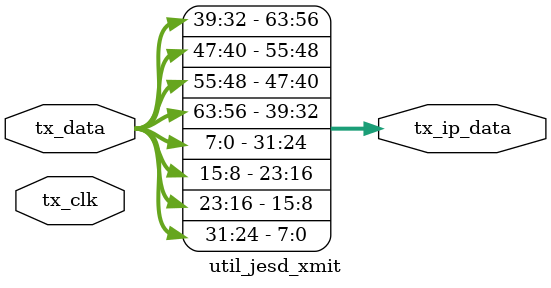
<source format=v>

`timescale 1ns/100ps

module util_jesd_xmit (

  // xcvr interface

  tx_clk,
  tx_data,
  tx_ip_data);

  // parameters

  parameter   NUM_OF_LANES = 2;

  // xcvr interface

  input                               tx_clk;
  input   [((NUM_OF_LANES*32)-1):0]   tx_data;
  output  [((NUM_OF_LANES*32)-1):0]   tx_ip_data;

  // only for altera, xcvr+jesd

  genvar n;
  generate
  for (n = 0; n < NUM_OF_LANES; n = n + 1) begin: g_lane
  assign tx_ip_data[((n*32) + 31):((n*32) + 24)] = tx_data[((n*32) +  7):((n*32) +  0)];
  assign tx_ip_data[((n*32) + 23):((n*32) + 16)] = tx_data[((n*32) + 15):((n*32) +  8)];
  assign tx_ip_data[((n*32) + 15):((n*32) +  8)] = tx_data[((n*32) + 23):((n*32) + 16)];
  assign tx_ip_data[((n*32) +  7):((n*32) +  0)] = tx_data[((n*32) + 31):((n*32) + 24)];
  end
  endgenerate

endmodule

// ***************************************************************************
// ***************************************************************************

</source>
